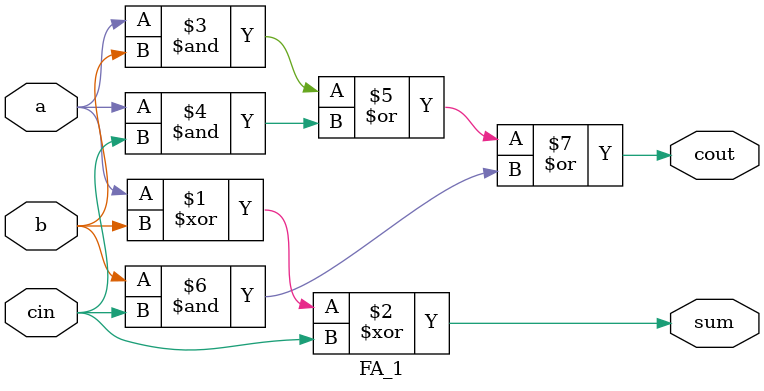
<source format=v>
module FA_1 (
  	input a,b,cin,
  	output sum,cout
);

  assign sum  = (a ^ b) ^ cin;

  assign cout = (a & b) | (a & cin) | (b & cin);
    
endmodule
</source>
